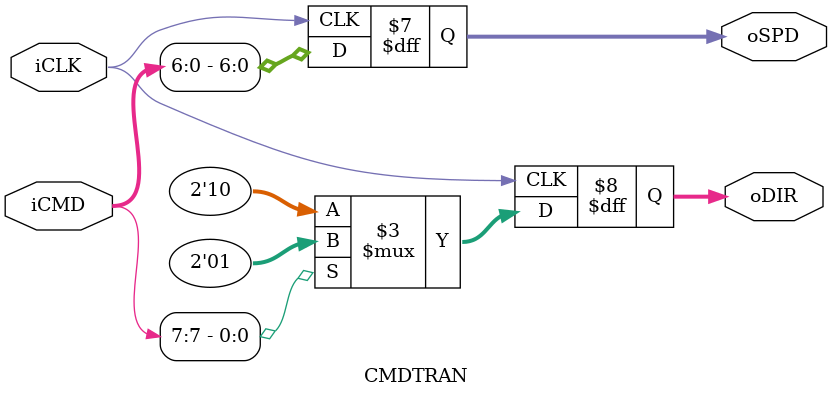
<source format=v>
module CMDTRAN (
input				iCLK,			// 50MHz, System Clock
input		[7:0]	iCMD,			// Command
output	reg	[6:0]	oSPD, // Speed of motor
output	reg	[1:0]	oDIR	// Direction of motor
);

always @(posedge iCLK)
begin
	if (iCMD[7]) begin		// Is iCMD[7] equal to 0
		oSPD	<=	iCMD[6:0];	// give speed iCMD[6:0]
		oDIR	<=	2'b01;		// give Positive direction of motor
	end
	else begin
		oSPD	<= iCMD[6:0];	// give speed iCMD[6:0]
		oDIR	<=	2'b10;		// give Negative direction of motor
	end
end
endmodule

</source>
